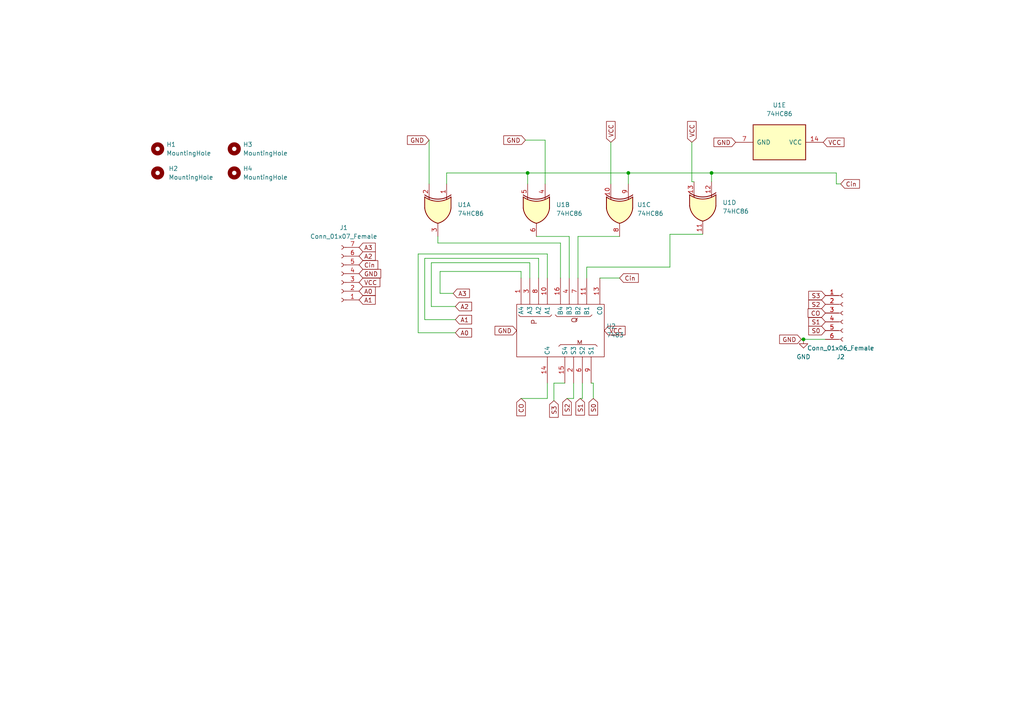
<source format=kicad_sch>
(kicad_sch (version 20211123) (generator eeschema)
  (paper "A4")
  (lib_symbols
    (symbol "74xx:74HC86" (pin_names (offset 1.016))
      (property "Reference" "U" (at 0 1.27 0))
      (property "Value" "74HC86" (at 0 -1.27 0))
      (symbol "74HC86_1_0"
        (arc (start -4.4196 -3.81) (mid -3.2033 0) (end -4.4196 3.81) (stroke (width 0.254)))
        (arc (start -3.81 -3.81) (mid -2.589 0) (end -3.81 3.81) (stroke (width 0.254)))
        (arc (start -0.6096 -3.81) (mid 2.1842 -2.5851) (end 3.81 0) (stroke (width 0.254)) (fill (type background)))
        (polyline (pts (xy -3.81 -3.81) (xy -0.635 -3.81)) (stroke (width 0.254)) (fill (type background)))
        (polyline (pts (xy -3.81 3.81) (xy -0.635 3.81)) (stroke (width 0.254)) (fill (type background)))
        (polyline (pts (xy -0.635 3.81) (xy -3.81 3.81) (xy -3.81 3.81) (xy -3.556 3.4036) (xy -3.0226 2.2606) (xy -2.6924 1.0414) (xy -2.6162 -0.254) (xy -2.7686 -1.4986) (xy -3.175 -2.7178) (xy -3.81 -3.81) (xy -3.81 -3.81) (xy -0.635 -3.81)) (stroke (width -25.4)) (fill (type background)))
        (arc (start 3.81 0) (mid 2.1915 2.5936) (end -0.6096 3.81) (stroke (width 0.254)) (fill (type background)))
        (pin input line (at -7.62 2.54 0) (length 4.445) (name "~") (number "1"))
        (pin input line (at -7.62 -2.54 0) (length 4.445) (name "~") (number "2"))
        (pin output line (at 7.62 0 180) (length 3.81) (name "~") (number "3"))
      )
      (symbol "74HC86_1_1"
        (polyline (pts (xy -3.81 -2.54) (xy -3.175 -2.54)) (stroke (width 0.1524)))
        (polyline (pts (xy -3.81 2.54) (xy -3.175 2.54)) (stroke (width 0.1524)))
      )
      (symbol "74HC86_2_0"
        (arc (start -4.4196 -3.81) (mid -3.2033 0) (end -4.4196 3.81) (stroke (width 0.254)))
        (arc (start -3.81 -3.81) (mid -2.589 0) (end -3.81 3.81) (stroke (width 0.254)))
        (arc (start -0.6096 -3.81) (mid 2.1842 -2.5851) (end 3.81 0) (stroke (width 0.254)) (fill (type background)))
        (polyline (pts (xy -3.81 -3.81) (xy -0.635 -3.81)) (stroke (width 0.254)) (fill (type background)))
        (polyline (pts (xy -3.81 3.81) (xy -0.635 3.81)) (stroke (width 0.254)) (fill (type background)))
        (polyline (pts (xy -0.635 3.81) (xy -3.81 3.81) (xy -3.81 3.81) (xy -3.556 3.4036) (xy -3.0226 2.2606) (xy -2.6924 1.0414) (xy -2.6162 -0.254) (xy -2.7686 -1.4986) (xy -3.175 -2.7178) (xy -3.81 -3.81) (xy -3.81 -3.81) (xy -0.635 -3.81)) (stroke (width -25.4)) (fill (type background)))
        (arc (start 3.81 0) (mid 2.1915 2.5936) (end -0.6096 3.81) (stroke (width 0.254)) (fill (type background)))
        (pin input line (at -7.62 2.54 0) (length 4.445) (name "~") (number "4"))
        (pin input line (at -7.62 -2.54 0) (length 4.445) (name "~") (number "5"))
        (pin output line (at 7.62 0 180) (length 3.81) (name "~") (number "6"))
      )
      (symbol "74HC86_2_1"
        (polyline (pts (xy -3.81 -2.54) (xy -3.175 -2.54)) (stroke (width 0.1524)))
        (polyline (pts (xy -3.81 2.54) (xy -3.175 2.54)) (stroke (width 0.1524)))
      )
      (symbol "74HC86_3_0"
        (arc (start -4.4196 -3.81) (mid -3.2033 0) (end -4.4196 3.81) (stroke (width 0.254)))
        (arc (start -3.81 -3.81) (mid -2.589 0) (end -3.81 3.81) (stroke (width 0.254)))
        (arc (start -0.6096 -3.81) (mid 2.1842 -2.5851) (end 3.81 0) (stroke (width 0.254)) (fill (type background)))
        (polyline (pts (xy -3.81 -3.81) (xy -0.635 -3.81)) (stroke (width 0.254)) (fill (type background)))
        (polyline (pts (xy -3.81 3.81) (xy -0.635 3.81)) (stroke (width 0.254)) (fill (type background)))
        (polyline (pts (xy -0.635 3.81) (xy -3.81 3.81) (xy -3.81 3.81) (xy -3.556 3.4036) (xy -3.0226 2.2606) (xy -2.6924 1.0414) (xy -2.6162 -0.254) (xy -2.7686 -1.4986) (xy -3.175 -2.7178) (xy -3.81 -3.81) (xy -3.81 -3.81) (xy -0.635 -3.81)) (stroke (width -25.4)) (fill (type background)))
        (arc (start 3.81 0) (mid 2.1915 2.5936) (end -0.6096 3.81) (stroke (width 0.254)) (fill (type background)))
        (pin input line (at -7.62 -2.54 0) (length 4.445) (name "~") (number "10"))
        (pin output line (at 7.62 0 180) (length 3.81) (name "~") (number "8"))
        (pin input line (at -7.62 2.54 0) (length 4.445) (name "~") (number "9"))
      )
      (symbol "74HC86_3_1"
        (polyline (pts (xy -3.81 -2.54) (xy -3.175 -2.54)) (stroke (width 0.1524)))
        (polyline (pts (xy -3.81 2.54) (xy -3.175 2.54)) (stroke (width 0.1524)))
      )
      (symbol "74HC86_4_0"
        (arc (start -4.4196 -3.81) (mid -3.2033 0) (end -4.4196 3.81) (stroke (width 0.254)))
        (arc (start -3.81 -3.81) (mid -2.589 0) (end -3.81 3.81) (stroke (width 0.254)))
        (arc (start -0.6096 -3.81) (mid 2.1842 -2.5851) (end 3.81 0) (stroke (width 0.254)) (fill (type background)))
        (polyline (pts (xy -3.81 -3.81) (xy -0.635 -3.81)) (stroke (width 0.254)) (fill (type background)))
        (polyline (pts (xy -3.81 3.81) (xy -0.635 3.81)) (stroke (width 0.254)) (fill (type background)))
        (polyline (pts (xy -0.635 3.81) (xy -3.81 3.81) (xy -3.81 3.81) (xy -3.556 3.4036) (xy -3.0226 2.2606) (xy -2.6924 1.0414) (xy -2.6162 -0.254) (xy -2.7686 -1.4986) (xy -3.175 -2.7178) (xy -3.81 -3.81) (xy -3.81 -3.81) (xy -0.635 -3.81)) (stroke (width -25.4)) (fill (type background)))
        (arc (start 3.81 0) (mid 2.1915 2.5936) (end -0.6096 3.81) (stroke (width 0.254)) (fill (type background)))
        (pin output line (at 7.62 0 180) (length 3.81) (name "~") (number "11"))
        (pin input line (at -7.62 2.54 0) (length 4.445) (name "~") (number "12"))
        (pin input line (at -7.62 -2.54 0) (length 4.445) (name "~") (number "13"))
      )
      (symbol "74HC86_4_1"
        (polyline (pts (xy -3.81 -2.54) (xy -3.175 -2.54)) (stroke (width 0.1524)))
        (polyline (pts (xy -3.81 2.54) (xy -3.175 2.54)) (stroke (width 0.1524)))
      )
      (symbol "74HC86_5_0"
        (pin power_in line (at 0 12.7 270) (length 5.08) (name "VCC") (number "14"))
        (pin power_in line (at 0 -12.7 90) (length 5.08) (name "GND") (number "7"))
      )
      (symbol "74HC86_5_1"
        (rectangle (start -5.08 7.62) (end 5.08 -7.62) (stroke (width 0.254)) (fill (type background)))
      )
    )
    (symbol "74xx_IEEE:7483"
      (property "Reference" "U" (at 6.35 13.97 0))
      (property "Value" "7483" (at 7.62 -13.97 0))
      (symbol "7483_0_0"
        (rectangle (start -7.62 12.7) (end 7.62 -12.7))
        (polyline (pts (xy -4.572 -12.192) (xy -4.064 -11.684) (xy -4.064 -3.048) (xy -4.572 -2.54) (xy -4.572 -2.54)))
        (polyline (pts (xy -4.572 9.144) (xy -4.064 8.636) (xy -4.064 -1.016) (xy -4.572 -1.524) (xy -4.572 -1.524)))
        (polyline (pts (xy 4.572 10.668) (xy 4.064 10.16) (xy 4.064 0) (xy 4.572 -0.508) (xy 4.572 -0.508)))
        (polyline (pts (xy 3.81 6.096) (xy 2.794 6.096) (xy 3.81 5.588) (xy 2.794 5.08) (xy 3.81 5.08) (xy 3.81 5.08)))
        (text "P" (at -2.54 -7.62 0) (effects (font (size 1.524 1.524))))
        (text "Q" (at -3.048 4.064 0) (effects (font (size 1.524 1.524))))
        (pin power_in line (at 0 -12.7 90) (length 0) hide (name "GND") (number "12"))
        (pin power_in line (at 0 12.7 270) (length 0) hide (name "VCC") (number "5"))
      )
      (symbol "7483_1_1"
        (pin input line (at -15.24 -11.43 0) (length 7.62) (name "A4") (number "1"))
        (pin input line (at -15.24 -3.81 0) (length 7.62) (name "A1") (number "10"))
        (pin input line (at -15.24 7.62 0) (length 7.62) (name "B1") (number "11"))
        (pin input line (at -15.24 11.43 0) (length 7.62) (name "C0") (number "13"))
        (pin output line (at 15.24 -3.81 180) (length 7.62) (name "C4") (number "14"))
        (pin output line (at 15.24 1.27 180) (length 7.62) (name "S4") (number "15"))
        (pin input line (at -15.24 0 0) (length 7.62) (name "B4") (number "16"))
        (pin output line (at 15.24 3.81 180) (length 7.62) (name "S3") (number "2"))
        (pin input line (at -15.24 -8.89 0) (length 7.62) (name "A3") (number "3"))
        (pin input line (at -15.24 2.54 0) (length 7.62) (name "B3") (number "4"))
        (pin output line (at 15.24 6.35 180) (length 7.62) (name "S2") (number "6"))
        (pin input line (at -15.24 5.08 0) (length 7.62) (name "B2") (number "7"))
        (pin input line (at -15.24 -6.35 0) (length 7.62) (name "A2") (number "8"))
        (pin output line (at 15.24 8.89 180) (length 7.62) (name "S1") (number "9"))
      )
    )
    (symbol "Connector:Conn_01x06_Female" (pin_names (offset 1.016) hide)
      (property "Reference" "J" (at 0 7.62 0))
      (property "Value" "Conn_01x06_Female" (at 0 -10.16 0))
      (symbol "Conn_01x06_Female_1_1"
        (arc (start 0 -7.112) (mid -0.508 -7.62) (end 0 -8.128) (stroke (width 0.1524)))
        (arc (start 0 -4.572) (mid -0.508 -5.08) (end 0 -5.588) (stroke (width 0.1524)))
        (arc (start 0 -2.032) (mid -0.508 -2.54) (end 0 -3.048) (stroke (width 0.1524)))
        (polyline (pts (xy -1.27 -7.62) (xy -0.508 -7.62)) (stroke (width 0.1524)))
        (polyline (pts (xy -1.27 -5.08) (xy -0.508 -5.08)) (stroke (width 0.1524)))
        (polyline (pts (xy -1.27 -2.54) (xy -0.508 -2.54)) (stroke (width 0.1524)))
        (polyline (pts (xy -1.27 0) (xy -0.508 0)) (stroke (width 0.1524)))
        (polyline (pts (xy -1.27 2.54) (xy -0.508 2.54)) (stroke (width 0.1524)))
        (polyline (pts (xy -1.27 5.08) (xy -0.508 5.08)) (stroke (width 0.1524)))
        (arc (start 0 0.508) (mid -0.508 0) (end 0 -0.508) (stroke (width 0.1524)))
        (arc (start 0 3.048) (mid -0.508 2.54) (end 0 2.032) (stroke (width 0.1524)))
        (arc (start 0 5.588) (mid -0.508 5.08) (end 0 4.572) (stroke (width 0.1524)))
        (pin passive line (at -5.08 5.08 0) (length 3.81) (name "Pin_1") (number "1"))
        (pin passive line (at -5.08 2.54 0) (length 3.81) (name "Pin_2") (number "2"))
        (pin passive line (at -5.08 0 0) (length 3.81) (name "Pin_3") (number "3"))
        (pin passive line (at -5.08 -2.54 0) (length 3.81) (name "Pin_4") (number "4"))
        (pin passive line (at -5.08 -5.08 0) (length 3.81) (name "Pin_5") (number "5"))
        (pin passive line (at -5.08 -7.62 0) (length 3.81) (name "Pin_6") (number "6"))
      )
    )
    (symbol "Connector:Conn_01x07_Female" (pin_names (offset 1.016) hide)
      (property "Reference" "J" (at 0 10.16 0))
      (property "Value" "Conn_01x07_Female" (at 0 -10.16 0))
      (symbol "Conn_01x07_Female_1_1"
        (arc (start 0 -7.112) (mid -0.508 -7.62) (end 0 -8.128) (stroke (width 0.1524)))
        (arc (start 0 -4.572) (mid -0.508 -5.08) (end 0 -5.588) (stroke (width 0.1524)))
        (arc (start 0 -2.032) (mid -0.508 -2.54) (end 0 -3.048) (stroke (width 0.1524)))
        (polyline (pts (xy -1.27 -7.62) (xy -0.508 -7.62)) (stroke (width 0.1524)))
        (polyline (pts (xy -1.27 -5.08) (xy -0.508 -5.08)) (stroke (width 0.1524)))
        (polyline (pts (xy -1.27 -2.54) (xy -0.508 -2.54)) (stroke (width 0.1524)))
        (polyline (pts (xy -1.27 0) (xy -0.508 0)) (stroke (width 0.1524)))
        (polyline (pts (xy -1.27 2.54) (xy -0.508 2.54)) (stroke (width 0.1524)))
        (polyline (pts (xy -1.27 5.08) (xy -0.508 5.08)) (stroke (width 0.1524)))
        (polyline (pts (xy -1.27 7.62) (xy -0.508 7.62)) (stroke (width 0.1524)))
        (arc (start 0 0.508) (mid -0.508 0) (end 0 -0.508) (stroke (width 0.1524)))
        (arc (start 0 3.048) (mid -0.508 2.54) (end 0 2.032) (stroke (width 0.1524)))
        (arc (start 0 5.588) (mid -0.508 5.08) (end 0 4.572) (stroke (width 0.1524)))
        (arc (start 0 8.128) (mid -0.508 7.62) (end 0 7.112) (stroke (width 0.1524)))
        (pin passive line (at -5.08 7.62 0) (length 3.81) (name "Pin_1") (number "1"))
        (pin passive line (at -5.08 5.08 0) (length 3.81) (name "Pin_2") (number "2"))
        (pin passive line (at -5.08 2.54 0) (length 3.81) (name "Pin_3") (number "3"))
        (pin passive line (at -5.08 0 0) (length 3.81) (name "Pin_4") (number "4"))
        (pin passive line (at -5.08 -2.54 0) (length 3.81) (name "Pin_5") (number "5"))
        (pin passive line (at -5.08 -5.08 0) (length 3.81) (name "Pin_6") (number "6"))
        (pin passive line (at -5.08 -7.62 0) (length 3.81) (name "Pin_7") (number "7"))
      )
    )
    (symbol "Mechanical:MountingHole" (pin_names (offset 1.016))
      (property "Reference" "H" (at 0 5.08 0))
      (property "Value" "MountingHole" (at 0 3.175 0))
      (symbol "MountingHole_0_1"
        (circle (center 0 0) (radius 1.27) (stroke (width 1.27)))
      )
    )
    (symbol "power:GND" (power) (pin_names (offset 0))
      (property "Value" "GND" (at 0 -3.81 0))
      (symbol "GND_0_1"
        (polyline (pts (xy 0 0) (xy 0 -1.27) (xy 1.27 -1.27) (xy 0 -2.54) (xy -1.27 -1.27) (xy 0 -1.27)))
      )
      (symbol "GND_1_1"
        (pin power_in line (at 0 0 270) (length 0) hide (name "GND") (number "1"))
      )
    )
  )
  (junction (at 206.375 50.165))
  (junction (at 153.035 50.165))
  (junction (at 182.245 50.165))
  (junction (at 233.045 98.425))
  (wire (pts (xy 206.375 50.165) (xy 242.57 50.165)))
  (wire (pts (xy 173.99 80.645) (xy 179.705 80.645)))
  (wire (pts (xy 200.66 41.275) (xy 200.66 52.705)))
  (wire (pts (xy 158.75 111.125) (xy 158.75 115.57)))
  (wire (pts (xy 166.37 111.125) (xy 166.37 115.57)))
  (wire (pts (xy 242.57 53.34) (xy 243.84 53.34)))
  (wire (pts (xy 177.165 41.275) (xy 177.165 53.34)))
  (wire (pts (xy 132.08 88.9) (xy 125.095 88.9)))
  (wire (pts (xy 121.285 73.66) (xy 158.75 73.66)))
  (wire (pts (xy 123.19 92.71) (xy 123.19 74.93)))
  (wire (pts (xy 163.83 111.125) (xy 160.655 111.125)))
  (wire (pts (xy 182.245 50.165) (xy 206.375 50.165)))
  (wire (pts (xy 125.095 88.9) (xy 125.095 76.2)))
  (wire (pts (xy 168.91 115.57) (xy 168.275 115.57)))
  (wire (pts (xy 153.035 50.165) (xy 153.035 53.34)))
  (wire (pts (xy 233.045 98.425) (xy 239.395 98.425)))
  (wire (pts (xy 232.41 98.425) (xy 233.045 98.425)))
  (wire (pts (xy 121.285 96.52) (xy 121.285 73.66)))
  (wire (pts (xy 170.18 77.47) (xy 170.18 80.645)))
  (wire (pts (xy 194.31 67.945) (xy 194.31 77.47)))
  (wire (pts (xy 127 70.485) (xy 127 68.58)))
  (wire (pts (xy 166.37 115.57) (xy 164.465 115.57)))
  (wire (pts (xy 162.56 80.645) (xy 162.56 70.485)))
  (wire (pts (xy 165.1 68.58) (xy 165.1 80.645)))
  (wire (pts (xy 153.035 50.165) (xy 182.245 50.165)))
  (wire (pts (xy 123.19 74.93) (xy 156.21 74.93)))
  (wire (pts (xy 153.67 76.2) (xy 153.67 80.645)))
  (wire (pts (xy 194.31 77.47) (xy 170.18 77.47)))
  (wire (pts (xy 129.54 50.165) (xy 153.035 50.165)))
  (wire (pts (xy 160.655 111.125) (xy 160.655 116.205)))
  (wire (pts (xy 131.445 85.09) (xy 127.635 85.09)))
  (wire (pts (xy 124.46 40.64) (xy 124.46 53.34)))
  (wire (pts (xy 182.245 53.34) (xy 182.245 50.165)))
  (wire (pts (xy 179.705 68.58) (xy 167.64 68.58)))
  (wire (pts (xy 203.835 67.945) (xy 194.31 67.945)))
  (wire (pts (xy 158.115 40.64) (xy 158.115 53.34)))
  (wire (pts (xy 129.54 53.34) (xy 129.54 50.165)))
  (wire (pts (xy 167.64 68.58) (xy 167.64 80.645)))
  (wire (pts (xy 125.095 76.2) (xy 153.67 76.2)))
  (wire (pts (xy 171.45 111.125) (xy 172.085 111.125)))
  (wire (pts (xy 168.91 111.125) (xy 168.91 115.57)))
  (wire (pts (xy 127.635 78.74) (xy 151.13 78.74)))
  (wire (pts (xy 132.08 92.71) (xy 123.19 92.71)))
  (wire (pts (xy 200.66 52.705) (xy 201.295 52.705)))
  (wire (pts (xy 158.75 73.66) (xy 158.75 80.645)))
  (wire (pts (xy 151.13 78.74) (xy 151.13 80.645)))
  (wire (pts (xy 132.08 96.52) (xy 121.285 96.52)))
  (wire (pts (xy 172.085 111.125) (xy 172.085 115.57)))
  (wire (pts (xy 158.75 115.57) (xy 151.13 115.57)))
  (wire (pts (xy 242.57 50.165) (xy 242.57 53.34)))
  (wire (pts (xy 152.4 40.64) (xy 158.115 40.64)))
  (wire (pts (xy 155.575 68.58) (xy 165.1 68.58)))
  (wire (pts (xy 156.21 74.93) (xy 156.21 80.645)))
  (wire (pts (xy 162.56 70.485) (xy 127 70.485)))
  (wire (pts (xy 127.635 85.09) (xy 127.635 78.74)))
  (wire (pts (xy 206.375 50.165) (xy 206.375 52.705)))
  (global_label "VCC" (shape input) (at 200.66 41.275 90) (property "Intersheet References" "${INTERSHEET_REFS}" (effects hide)))
  (global_label "GND" (shape input) (at 213.36 41.275 180) (property "Intersheet References" "${INTERSHEET_REFS}" (effects hide)))
  (global_label "GND" (shape input) (at 232.41 98.425 180) (property "Intersheet References" "${INTERSHEET_REFS}" (effects hide)))
  (global_label "S3" (shape input) (at 160.655 116.205 270) (property "Intersheet References" "${INTERSHEET_REFS}" (effects hide)))
  (global_label "VCC" (shape input) (at 177.165 41.275 90) (property "Intersheet References" "${INTERSHEET_REFS}" (effects hide)))
  (global_label "GND" (shape input) (at 104.14 79.375 0) (property "Intersheet References" "${INTERSHEET_REFS}" (effects hide)))
  (global_label "VCC" (shape input) (at 238.76 41.275 0) (property "Intersheet References" "${INTERSHEET_REFS}" (effects hide)))
  (global_label "A3" (shape input) (at 131.445 85.09 0) (property "Intersheet References" "${INTERSHEET_REFS}" (effects hide)))
  (global_label "A2" (shape input) (at 104.14 74.295 0) (property "Intersheet References" "${INTERSHEET_REFS}" (effects hide)))
  (global_label "S2" (shape input) (at 239.395 88.265 180) (property "Intersheet References" "${INTERSHEET_REFS}" (effects hide)))
  (global_label "GND" (shape input) (at 149.86 95.885 180) (property "Intersheet References" "${INTERSHEET_REFS}" (effects hide)))
  (global_label "VCC" (shape input) (at 104.14 81.915 0) (property "Intersheet References" "${INTERSHEET_REFS}" (effects hide)))
  (global_label "S3" (shape input) (at 239.395 85.725 180) (property "Intersheet References" "${INTERSHEET_REFS}" (effects hide)))
  (global_label "A1" (shape input) (at 104.14 86.995 0) (property "Intersheet References" "${INTERSHEET_REFS}" (effects hide)))
  (global_label "A0" (shape input) (at 104.14 84.455 0) (property "Intersheet References" "${INTERSHEET_REFS}" (effects hide)))
  (global_label "Cin" (shape input) (at 243.84 53.34 0) (property "Intersheet References" "${INTERSHEET_REFS}" (effects hide)))
  (global_label "S2" (shape input) (at 164.465 115.57 270) (property "Intersheet References" "${INTERSHEET_REFS}" (effects hide)))
  (global_label "Cin" (shape input) (at 179.705 80.645 0) (property "Intersheet References" "${INTERSHEET_REFS}" (effects hide)))
  (global_label "S1" (shape input) (at 168.275 115.57 270) (property "Intersheet References" "${INTERSHEET_REFS}" (effects hide)))
  (global_label "A1" (shape input) (at 132.08 92.71 0) (property "Intersheet References" "${INTERSHEET_REFS}" (effects hide)))
  (global_label "S0" (shape input) (at 172.085 115.57 270) (property "Intersheet References" "${INTERSHEET_REFS}" (effects hide)))
  (global_label "GND" (shape input) (at 152.4 40.64 180) (property "Intersheet References" "${INTERSHEET_REFS}" (effects hide)))
  (global_label "S1" (shape input) (at 239.395 93.345 180) (property "Intersheet References" "${INTERSHEET_REFS}" (effects hide)))
  (global_label "VCC" (shape input) (at 175.26 95.885 0) (property "Intersheet References" "${INTERSHEET_REFS}" (effects hide)))
  (global_label "GND" (shape input) (at 124.46 40.64 180) (property "Intersheet References" "${INTERSHEET_REFS}" (effects hide)))
  (global_label "CO" (shape input) (at 151.13 115.57 270) (property "Intersheet References" "${INTERSHEET_REFS}" (effects hide)))
  (global_label "Cin" (shape input) (at 104.14 76.835 0) (property "Intersheet References" "${INTERSHEET_REFS}" (effects hide)))
  (global_label "A0" (shape input) (at 132.08 96.52 0) (property "Intersheet References" "${INTERSHEET_REFS}" (effects hide)))
  (global_label "A3" (shape input) (at 104.14 71.755 0) (property "Intersheet References" "${INTERSHEET_REFS}" (effects hide)))
  (global_label "A2" (shape input) (at 132.08 88.9 0) (property "Intersheet References" "${INTERSHEET_REFS}" (effects hide)))
  (global_label "CO" (shape input) (at 239.395 90.805 180) (property "Intersheet References" "${INTERSHEET_REFS}" (effects hide)))
  (global_label "S0" (shape input) (at 239.395 95.885 180) (property "Intersheet References" "${INTERSHEET_REFS}" (effects hide)))
  (symbol (lib_id "power:GND") (at 233.045 98.425 0) (unit 1)
    (property "Reference" "#PWR0101" (effects hide))
    (property "Value" "GND" (at 233.045 103.505 0))
  )
  (symbol (lib_id "74xx_IEEE:7483") (at 162.56 95.885 270) (unit 1)
    (property "Reference" "U2" (at 175.895 94.6149 90) (effects (justify left)))
    (property "Value" "7483" (at 175.895 97.1549 90) (effects (justify left)))
    (property "Footprint" "Package_DIP:DIP-16_W7.62mm_Socket" (effects hide))
  )
  (symbol (lib_id "Connector:Conn_01x07_Female") (at 99.06 79.375 180) (unit 1)
    (property "Reference" "J1" (at 99.695 66.04 0))
    (property "Value" "Conn_01x07_Female" (at 99.695 68.58 0))
    (property "Footprint" "Connector_JST:JST_EH_S7B-EH_1x07_P2.50mm_Horizontal" (effects hide))
  )
  (symbol (lib_id "74xx:74HC86") (at 155.575 60.96 270) (unit 2)
    (property "Reference" "U1" (at 161.29 59.3851 90) (effects (justify left)))
    (property "Value" "74HC86" (at 161.29 61.9251 90) (effects (justify left)))
    (property "Footprint" "Package_DIP:DIP-14_W7.62mm_Socket" (effects hide))
    (property "Datasheet" "http://www.ti.com/lit/gpn/sn74HC86" (effects hide))
  )
  (symbol (lib_id "Mechanical:MountingHole") (at 45.72 43.18 0) (unit 1)
    (property "Reference" "H1" (at 48.26 41.9099 0) (effects (justify left)))
    (property "Value" "MountingHole" (at 48.26 44.4499 0) (effects (justify left)))
    (property "Footprint" "MountingHole:MountingHole_2.5mm" (effects hide))
  )
  (symbol (lib_id "74xx:74HC86") (at 226.06 41.275 270) (unit 5)
    (property "Reference" "U1" (at 226.06 30.48 90))
    (property "Value" "74HC86" (at 226.06 33.02 90))
    (property "Footprint" "Package_DIP:DIP-14_W7.62mm_Socket" (effects hide))
    (property "Datasheet" "http://www.ti.com/lit/gpn/sn74HC86" (effects hide))
  )
  (symbol (lib_id "Mechanical:MountingHole") (at 67.945 43.18 0) (unit 1)
    (property "Reference" "H3" (at 70.485 41.9099 0) (effects (justify left)))
    (property "Value" "MountingHole" (at 70.485 44.4499 0) (effects (justify left)))
    (property "Footprint" "MountingHole:MountingHole_2.5mm" (effects hide))
  )
  (symbol (lib_id "Connector:Conn_01x06_Female") (at 244.475 90.805 0) (unit 1)
    (property "Reference" "J2" (at 243.84 103.505 0))
    (property "Value" "Conn_01x06_Female" (at 243.84 100.965 0))
    (property "Footprint" "Connector_JST:JST_EH_S6B-EH_1x06_P2.50mm_Horizontal" (effects hide))
  )
  (symbol (lib_id "Mechanical:MountingHole") (at 67.945 50.165 0) (unit 1)
    (property "Reference" "H4" (at 70.485 48.8949 0) (effects (justify left)))
    (property "Value" "MountingHole" (at 70.485 51.4349 0) (effects (justify left)))
    (property "Footprint" "MountingHole:MountingHole_2.5mm" (effects hide))
  )
  (symbol (lib_id "Mechanical:MountingHole") (at 45.72 50.165 0) (unit 1)
    (property "Reference" "H2" (at 48.895 48.8949 0) (effects (justify left)))
    (property "Value" "MountingHole" (at 48.895 51.4349 0) (effects (justify left)))
    (property "Footprint" "MountingHole:MountingHole_2.5mm" (effects hide))
  )
  (symbol (lib_id "74xx:74HC86") (at 203.835 60.325 270) (unit 4)
    (property "Reference" "U1" (at 209.55 58.7501 90) (effects (justify left)))
    (property "Value" "74HC86" (at 209.55 61.2901 90) (effects (justify left)))
    (property "Footprint" "Package_DIP:DIP-14_W7.62mm_Socket" (effects hide))
    (property "Datasheet" "http://www.ti.com/lit/gpn/sn74HC86" (effects hide))
  )
  (symbol (lib_id "74xx:74HC86") (at 127 60.96 270) (unit 1)
    (property "Reference" "U1" (at 132.715 59.3851 90) (effects (justify left)))
    (property "Value" "74HC86" (at 132.715 61.9251 90) (effects (justify left)))
    (property "Footprint" "Package_DIP:DIP-14_W7.62mm_Socket" (effects hide))
    (property "Datasheet" "http://www.ti.com/lit/gpn/sn74HC86" (effects hide))
  )
  (symbol (lib_id "74xx:74HC86") (at 179.705 60.96 270) (unit 3)
    (property "Reference" "U1" (at 184.785 59.3851 90) (effects (justify left)))
    (property "Value" "74HC86" (at 184.785 61.9251 90) (effects (justify left)))
    (property "Footprint" "Package_DIP:DIP-14_W7.62mm_Socket" (effects hide))
    (property "Datasheet" "http://www.ti.com/lit/gpn/sn74HC86" (effects hide))
  )
)
</source>
